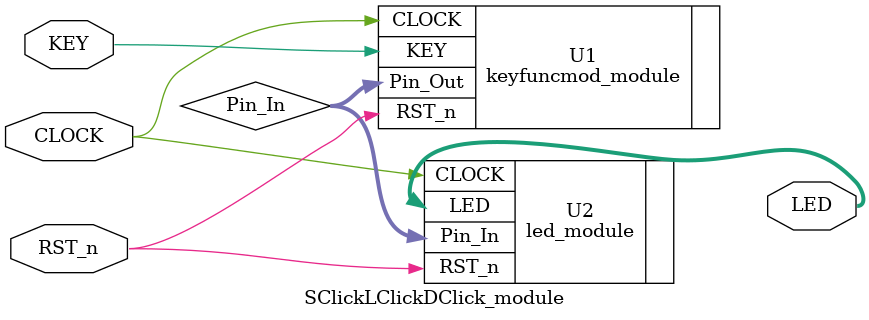
<source format=v>
module SClickLClickDClick_module
(
    CLOCK, RST_n, 
	 KEY, 
	 LED
);
    
	 input CLOCK;
	 input RST_n;
	 input KEY;
	 output [2:0]LED;
	 
	 /**************************/
	 
	 wire [2:0]Pin_In;
//	 wire L2H_Sig;

	 keyfuncmod_module U1
	 (
	     .CLOCK( CLOCK ),
		  .RST_n( RST_n ),
		  .KEY( KEY ),   // input - from top
		  .Pin_Out( Pin_In ) // output - to U2
	 );
	 
	 /**************************/

	 led_module U2
	 (
	     .CLOCK( CLOCK ),
		  .RST_n( RST_n ),
		  .Pin_In( Pin_In ), // input - from U1
		  .LED( LED )  // output - to top
	 );
	 
	 /*******************************/

endmodule
</source>
